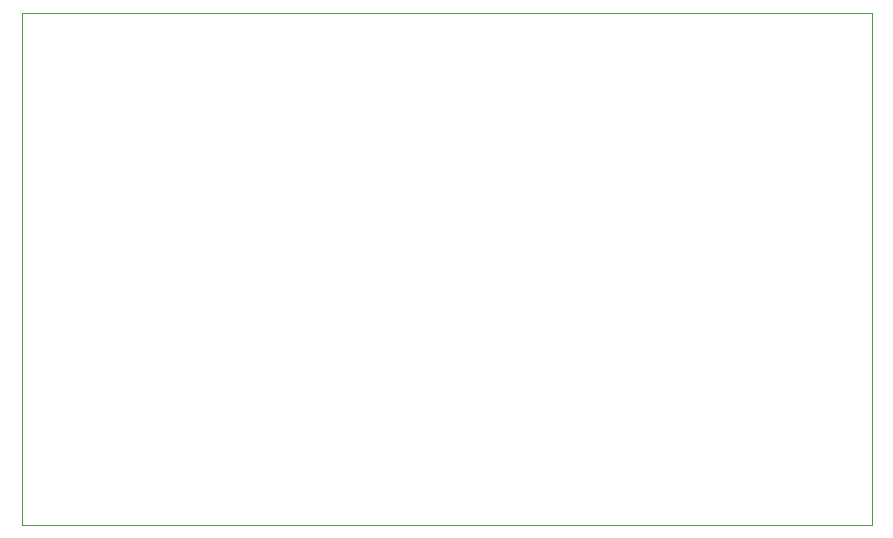
<source format=gbr>
%TF.GenerationSoftware,KiCad,Pcbnew,8.0.1*%
%TF.CreationDate,2024-03-30T20:31:03-07:00*%
%TF.ProjectId,babelfish,62616265-6c66-4697-9368-2e6b69636164,v0.3*%
%TF.SameCoordinates,Original*%
%TF.FileFunction,Profile,NP*%
%FSLAX46Y46*%
G04 Gerber Fmt 4.6, Leading zero omitted, Abs format (unit mm)*
G04 Created by KiCad (PCBNEW 8.0.1) date 2024-03-30 20:31:03*
%MOMM*%
%LPD*%
G01*
G04 APERTURE LIST*
%TA.AperFunction,Profile*%
%ADD10C,0.050000*%
%TD*%
G04 APERTURE END LIST*
D10*
X-6350000Y16950000D02*
X65650000Y16950000D01*
X65650000Y-26400000D01*
X-6350000Y-26400000D01*
X-6350000Y16950000D01*
M02*

</source>
